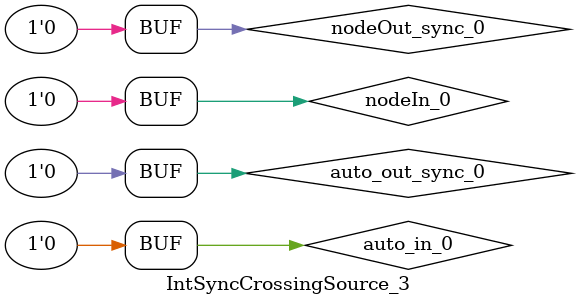
<source format=sv>
`ifndef RANDOMIZE
  `ifdef RANDOMIZE_MEM_INIT
    `define RANDOMIZE
  `endif // RANDOMIZE_MEM_INIT
`endif // not def RANDOMIZE
`ifndef RANDOMIZE
  `ifdef RANDOMIZE_REG_INIT
    `define RANDOMIZE
  `endif // RANDOMIZE_REG_INIT
`endif // not def RANDOMIZE

`ifndef RANDOM
  `define RANDOM $random
`endif // not def RANDOM

// Users can define INIT_RANDOM as general code that gets injected into the
// initializer block for modules with registers.
`ifndef INIT_RANDOM
  `define INIT_RANDOM
`endif // not def INIT_RANDOM

// If using random initialization, you can also define RANDOMIZE_DELAY to
// customize the delay used, otherwise 0.002 is used.
`ifndef RANDOMIZE_DELAY
  `define RANDOMIZE_DELAY 0.002
`endif // not def RANDOMIZE_DELAY

// Define INIT_RANDOM_PROLOG_ for use in our modules below.
`ifndef INIT_RANDOM_PROLOG_
  `ifdef RANDOMIZE
    `ifdef VERILATOR
      `define INIT_RANDOM_PROLOG_ `INIT_RANDOM
    `else  // VERILATOR
      `define INIT_RANDOM_PROLOG_ `INIT_RANDOM #`RANDOMIZE_DELAY begin end
    `endif // VERILATOR
  `else  // RANDOMIZE
    `define INIT_RANDOM_PROLOG_
  `endif // RANDOMIZE
`endif // not def INIT_RANDOM_PROLOG_

// Include register initializers in init blocks unless synthesis is set
`ifndef SYNTHESIS
  `ifndef ENABLE_INITIAL_REG_
    `define ENABLE_INITIAL_REG_
  `endif // not def ENABLE_INITIAL_REG_
`endif // not def SYNTHESIS

// Include rmemory initializers in init blocks unless synthesis is set
`ifndef SYNTHESIS
  `ifndef ENABLE_INITIAL_MEM_
    `define ENABLE_INITIAL_MEM_
  `endif // not def ENABLE_INITIAL_MEM_
`endif // not def SYNTHESIS

// Standard header to adapt well known macros for prints and assertions.

// Users can define 'PRINTF_COND' to add an extra gate to prints.
`ifndef PRINTF_COND_
  `ifdef PRINTF_COND
    `define PRINTF_COND_ (`PRINTF_COND)
  `else  // PRINTF_COND
    `define PRINTF_COND_ 1
  `endif // PRINTF_COND
`endif // not def PRINTF_COND_

// Users can define 'ASSERT_VERBOSE_COND' to add an extra gate to assert error printing.
`ifndef ASSERT_VERBOSE_COND_
  `ifdef ASSERT_VERBOSE_COND
    `define ASSERT_VERBOSE_COND_ (`ASSERT_VERBOSE_COND)
  `else  // ASSERT_VERBOSE_COND
    `define ASSERT_VERBOSE_COND_ 1
  `endif // ASSERT_VERBOSE_COND
`endif // not def ASSERT_VERBOSE_COND_

// Users can define 'STOP_COND' to add an extra gate to stop conditions.
`ifndef STOP_COND_
  `ifdef STOP_COND
    `define STOP_COND_ (`STOP_COND)
  `else  // STOP_COND
    `define STOP_COND_ 1
  `endif // STOP_COND
`endif // not def STOP_COND_

module IntSyncCrossingSource_3();
  wire auto_in_0 = 1'h0;
  wire auto_out_sync_0 = 1'h0;
  wire nodeIn_0 = 1'h0;	// src/main/scala/diplomacy/Nodes.scala:1214:17
  wire nodeOut_sync_0 = 1'h0;	// src/main/scala/diplomacy/Nodes.scala:1205:17
  AsyncResetRegVec_w1_i0_2 reg_0 ();	// src/main/scala/util/AsyncResetReg.scala:86:21
endmodule


</source>
